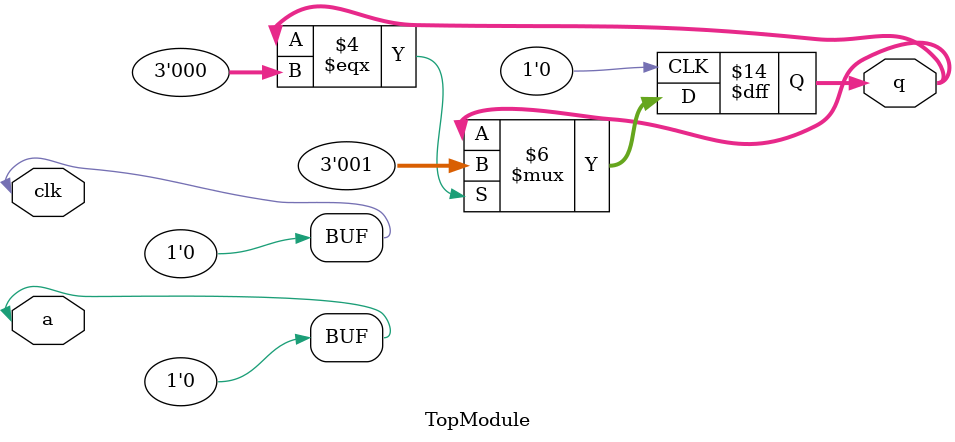
<source format=sv>

module TopModule (
  input clk,
  input a,
  output reg [2:0] q
);
always @(posedge clk) begin
  if (a) begin
    // Increment the counter when 'a' is high.
    if (q === 4'b1110) begin
      // If the counter reaches 4, reset it to 0.
      q <= 3'b000;
    end else begin
      // Otherwise, increment the counter.
      q <= q + 1;
    end
  end else begin
    // When 'a' is low, the counter remains unchanged.
    if (q === 4'b0000) begin
      // If the counter is initially at 0, it will count up to 1 after reset.
      q <= 4'b0001;
    end
  end
end

// timescale directive should be placed outside of any module or block
`timescale 1ns / 1ps

// Added initialization for the 'q' register
initial begin
  // Assuming reset at t=0ns and 'a' high initially
  clk = 1;
  a = 1;
  #5 clk = 0;
  #10 a = 0;
  //... continue with the rest of your simulation waveform
end

endmodule

</source>
